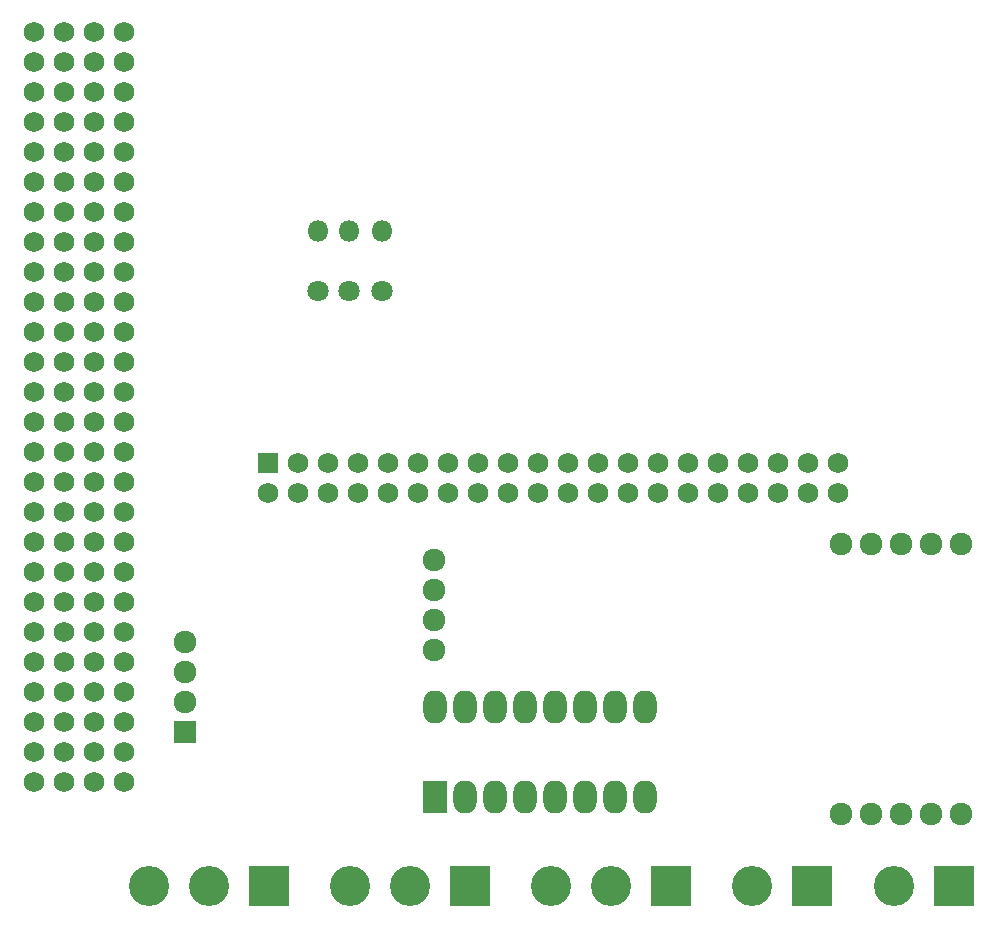
<source format=gts>
G04 #@! TF.GenerationSoftware,KiCad,Pcbnew,no-vcs-found-0ee38bc~61~ubuntu17.04.1*
G04 #@! TF.CreationDate,2018-06-07T10:33:44-04:00*
G04 #@! TF.ProjectId,Balloon_bus,42616C6C6F6F6E5F6275732E6B696361,rev?*
G04 #@! TF.SameCoordinates,Original*
G04 #@! TF.FileFunction,Soldermask,Top*
G04 #@! TF.FilePolarity,Negative*
%FSLAX46Y46*%
G04 Gerber Fmt 4.6, Leading zero omitted, Abs format (unit mm)*
G04 Created by KiCad (PCBNEW no-vcs-found-0ee38bc~61~ubuntu17.04.1) date Thu Jun  7 10:33:44 2018*
%MOMM*%
%LPD*%
G01*
G04 APERTURE LIST*
%ADD10C,3.400000*%
%ADD11R,3.400000X3.400000*%
%ADD12C,1.727200*%
%ADD13R,1.727200X1.727200*%
%ADD14R,2.000000X2.800000*%
%ADD15O,2.000000X2.800000*%
%ADD16C,1.924000*%
%ADD17R,1.924000X1.924000*%
%ADD18C,1.800000*%
%ADD19O,1.800000X1.800000*%
G04 APERTURE END LIST*
D10*
X178420000Y-145500000D03*
D11*
X183500000Y-145500000D03*
D12*
X173634400Y-112271800D03*
X173634400Y-109731800D03*
X171094400Y-112271800D03*
X171094400Y-109731800D03*
X168554400Y-112271800D03*
X168554400Y-109731800D03*
X166014400Y-112271800D03*
X166014400Y-109731800D03*
X163474400Y-112271800D03*
X163474400Y-109731800D03*
X160934400Y-112271800D03*
X160934400Y-109731800D03*
X158394400Y-112271800D03*
X158394400Y-109731800D03*
X155854400Y-112271800D03*
X155854400Y-109731800D03*
X153314400Y-112271800D03*
X153314400Y-109731800D03*
X150774400Y-112271800D03*
X150774400Y-109731800D03*
X148234400Y-112271800D03*
X148234400Y-109731800D03*
X145694400Y-112271800D03*
X145694400Y-109731800D03*
X143154400Y-112271800D03*
X143154400Y-109731800D03*
X140614400Y-112271800D03*
X140614400Y-109731800D03*
X138074400Y-112271800D03*
X138074400Y-109731800D03*
X135534400Y-112271800D03*
X135534400Y-109731800D03*
X132994400Y-112271800D03*
X132994400Y-109731800D03*
X130454400Y-112271800D03*
X130454400Y-109731800D03*
X127914400Y-112271800D03*
X127914400Y-109731800D03*
X125374400Y-112271800D03*
D13*
X125387800Y-109730000D03*
D12*
X105586500Y-73197800D03*
X108126500Y-73197800D03*
X105586500Y-75737800D03*
X108126500Y-75737800D03*
X105586500Y-78277800D03*
X108126500Y-78277800D03*
X105586500Y-80817800D03*
X108126500Y-80817800D03*
X105586500Y-83357800D03*
X108126500Y-83357800D03*
X105586500Y-85897800D03*
X108126500Y-85897800D03*
X105586500Y-88437800D03*
X108126500Y-88437800D03*
X105586500Y-90977800D03*
X108126500Y-90977800D03*
X105586500Y-93517800D03*
X108126500Y-93517800D03*
X105586500Y-96057800D03*
X108126500Y-96057800D03*
X105586500Y-98597800D03*
X108126500Y-98597800D03*
X105586500Y-101137800D03*
X108126500Y-101137800D03*
X105586500Y-103677800D03*
X108126500Y-103677800D03*
X105586500Y-106217800D03*
X108126500Y-106217800D03*
X105586500Y-108757800D03*
X108126500Y-108757800D03*
X105586500Y-111297800D03*
X108126500Y-111297800D03*
X105586500Y-113837800D03*
X108126500Y-113837800D03*
X105586500Y-116377800D03*
X108126500Y-116377800D03*
X105586500Y-118917800D03*
X108126500Y-118917800D03*
X105586500Y-121457800D03*
X108126500Y-121457800D03*
X105586500Y-123997800D03*
X108126500Y-123997800D03*
X105586500Y-126537800D03*
X108126500Y-126537800D03*
X105586500Y-129077800D03*
X108126500Y-129077800D03*
X105586500Y-131617800D03*
X108126500Y-131617800D03*
X105586500Y-134157800D03*
X108126500Y-134157800D03*
X105586500Y-136697800D03*
X108126500Y-136697800D03*
X110666500Y-73197800D03*
X113206500Y-73197800D03*
X110666500Y-75737800D03*
X113206500Y-75737800D03*
X110666500Y-78277800D03*
X113206500Y-78277800D03*
X110666500Y-80817800D03*
X113206500Y-80817800D03*
X110666500Y-83357800D03*
X113206500Y-83357800D03*
X110666500Y-85897800D03*
X113206500Y-85897800D03*
X110666500Y-88437800D03*
X113206500Y-88437800D03*
X110666500Y-90977800D03*
X113206500Y-90977800D03*
X110666500Y-93517800D03*
X113206500Y-93517800D03*
X110666500Y-96057800D03*
X113206500Y-96057800D03*
X110666500Y-98597800D03*
X113206500Y-98597800D03*
X110666500Y-101137800D03*
X113206500Y-101137800D03*
X110666500Y-103677800D03*
X113206500Y-103677800D03*
X110666500Y-106217800D03*
X113206500Y-106217800D03*
X110666500Y-108757800D03*
X113206500Y-108757800D03*
X110666500Y-111297800D03*
X113206500Y-111297800D03*
X110666500Y-113837800D03*
X113206500Y-113837800D03*
X110666500Y-116377800D03*
X113206500Y-116377800D03*
X110666500Y-118917800D03*
X113206500Y-118917800D03*
X110666500Y-121457800D03*
X113206500Y-121457800D03*
X110666500Y-123997800D03*
X113206500Y-123997800D03*
X110666500Y-126537800D03*
X113206500Y-126537800D03*
X110666500Y-129077800D03*
X113206500Y-129077800D03*
X110666500Y-131617800D03*
X113206500Y-131617800D03*
X110666500Y-134157800D03*
X113206500Y-134157800D03*
X110666500Y-136697800D03*
X113206500Y-136697800D03*
D11*
X125500000Y-145500000D03*
D10*
X120420000Y-145500000D03*
X115340000Y-145500000D03*
X132340000Y-145500000D03*
X137420000Y-145500000D03*
D11*
X142500000Y-145500000D03*
X159500000Y-145500000D03*
D10*
X154420000Y-145500000D03*
X149340000Y-145500000D03*
X166420000Y-145500000D03*
D11*
X171500000Y-145500000D03*
D14*
X139500000Y-138000000D03*
D15*
X157280000Y-130380000D03*
X142040000Y-138000000D03*
X154740000Y-130380000D03*
X144580000Y-138000000D03*
X152200000Y-130380000D03*
X147120000Y-138000000D03*
X149660000Y-130380000D03*
X149660000Y-138000000D03*
X147120000Y-130380000D03*
X152200000Y-138000000D03*
X144580000Y-130380000D03*
X154740000Y-138000000D03*
X142040000Y-130380000D03*
X157280000Y-138000000D03*
X139500000Y-130380000D03*
D16*
X173920000Y-139430000D03*
X176460000Y-139430000D03*
X179000000Y-139430000D03*
X181540000Y-139430000D03*
X184080000Y-139430000D03*
X184080000Y-116570000D03*
X181540000Y-116570000D03*
X179000000Y-116570000D03*
X176460000Y-116570000D03*
X173920000Y-116570000D03*
X139420000Y-117890000D03*
X139420000Y-120430000D03*
X139420000Y-122970000D03*
X139420000Y-125510000D03*
D17*
X118380000Y-132510000D03*
D16*
X118380000Y-129950000D03*
X118380000Y-127390000D03*
X118380000Y-124830000D03*
D18*
X129600000Y-95150000D03*
D19*
X129600000Y-90070000D03*
X132300000Y-90070000D03*
D18*
X132300000Y-95150000D03*
X135050000Y-95150000D03*
D19*
X135050000Y-90070000D03*
M02*

</source>
